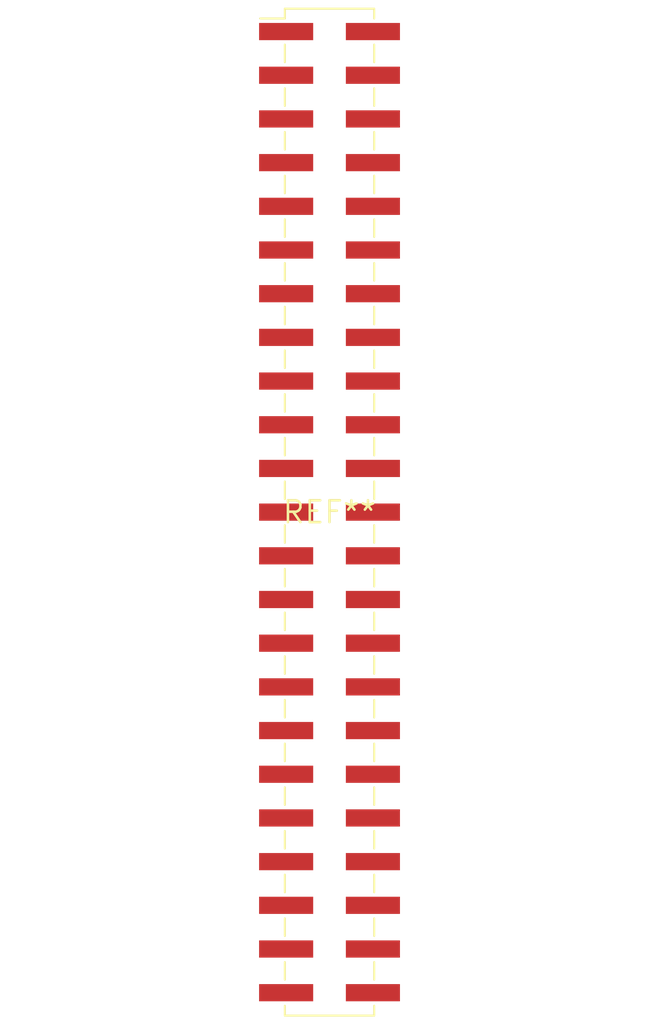
<source format=kicad_pcb>
(kicad_pcb (version 20240108) (generator pcbnew)
  (layers (0 "F.Cu" signal) (31 "B.Cu" signal) (34 "B.Paste" user) (35 "F.Paste" user) (36 "B.SilkS" user "B.Silkscreen") (37 "F.SilkS" user "F.Silkscreen") (38 "B.Mask" user) (39 "F.Mask" user) (44 "Edge.Cuts" user))
  (net 0 "")
  (footprint "PinHeader_2x23_P2.54mm_Vertical_SMD" (layer "F.Cu") (at 0 0)
    (property "Reference" "REF**")
    (property "Value" "PinHeader_2x23_P2.54mm_Vertical_SMD")
    (fp_line (start -4.04 -28.7) (end -2.6 -28.7) (layer "F.SilkS") (stroke (width 0.12)))
    (fp_line (start -2.6 -29.27) (end -2.6 -28.7) (layer "F.SilkS") (stroke (width 0.12)))
    (fp_line (start -2.6 -29.27) (end 2.6 -29.27) (layer "F.SilkS") (stroke (width 0.12)))
    (fp_line (start -2.6 -27.18) (end -2.6 -26.16) (layer "F.SilkS") (stroke (width 0.12)))
    (fp_line (start -2.6 -24.64) (end -2.6 -23.62) (layer "F.SilkS") (stroke (width 0.12)))
    (fp_line (start -2.6 -22.1) (end -2.6 -21.08) (layer "F.SilkS") (stroke (width 0.12)))
    (fp_line (start -2.6 -19.56) (end -2.6 -18.54) (layer "F.SilkS") (stroke (width 0.12)))
    (fp_line (start -2.6 -17.02) (end -2.6 -16) (layer "F.SilkS") (stroke (width 0.12)))
    (fp_line (start -2.6 -14.48) (end -2.6 -13.46) (layer "F.SilkS") (stroke (width 0.12)))
    (fp_line (start -2.6 -11.94) (end -2.6 -10.92) (layer "F.SilkS") (stroke (width 0.12)))
    (fp_line (start -2.6 -9.4) (end -2.6 -8.38) (layer "F.SilkS") (stroke (width 0.12)))
    (fp_line (start -2.6 -6.86) (end -2.6 -5.84) (layer "F.SilkS") (stroke (width 0.12)))
    (fp_line (start -2.6 -4.32) (end -2.6 -3.3) (layer "F.SilkS") (stroke (width 0.12)))
    (fp_line (start -2.6 -1.78) (end -2.6 -0.76) (layer "F.SilkS") (stroke (width 0.12)))
    (fp_line (start -2.6 0.76) (end -2.6 1.78) (layer "F.SilkS") (stroke (width 0.12)))
    (fp_line (start -2.6 3.3) (end -2.6 4.32) (layer "F.SilkS") (stroke (width 0.12)))
    (fp_line (start -2.6 5.84) (end -2.6 6.86) (layer "F.SilkS") (stroke (width 0.12)))
    (fp_line (start -2.6 8.38) (end -2.6 9.4) (layer "F.SilkS") (stroke (width 0.12)))
    (fp_line (start -2.6 10.92) (end -2.6 11.94) (layer "F.SilkS") (stroke (width 0.12)))
    (fp_line (start -2.6 13.46) (end -2.6 14.48) (layer "F.SilkS") (stroke (width 0.12)))
    (fp_line (start -2.6 16) (end -2.6 17.02) (layer "F.SilkS") (stroke (width 0.12)))
    (fp_line (start -2.6 18.54) (end -2.6 19.56) (layer "F.SilkS") (stroke (width 0.12)))
    (fp_line (start -2.6 21.08) (end -2.6 22.1) (layer "F.SilkS") (stroke (width 0.12)))
    (fp_line (start -2.6 23.62) (end -2.6 24.64) (layer "F.SilkS") (stroke (width 0.12)))
    (fp_line (start -2.6 26.16) (end -2.6 27.18) (layer "F.SilkS") (stroke (width 0.12)))
    (fp_line (start -2.6 28.7) (end -2.6 29.27) (layer "F.SilkS") (stroke (width 0.12)))
    (fp_line (start -2.6 29.27) (end 2.6 29.27) (layer "F.SilkS") (stroke (width 0.12)))
    (fp_line (start 2.6 -29.27) (end 2.6 -28.7) (layer "F.SilkS") (stroke (width 0.12)))
    (fp_line (start 2.6 -27.18) (end 2.6 -26.16) (layer "F.SilkS") (stroke (width 0.12)))
    (fp_line (start 2.6 -24.64) (end 2.6 -23.62) (layer "F.SilkS") (stroke (width 0.12)))
    (fp_line (start 2.6 -22.1) (end 2.6 -21.08) (layer "F.SilkS") (stroke (width 0.12)))
    (fp_line (start 2.6 -19.56) (end 2.6 -18.54) (layer "F.SilkS") (stroke (width 0.12)))
    (fp_line (start 2.6 -17.02) (end 2.6 -16) (layer "F.SilkS") (stroke (width 0.12)))
    (fp_line (start 2.6 -14.48) (end 2.6 -13.46) (layer "F.SilkS") (stroke (width 0.12)))
    (fp_line (start 2.6 -11.94) (end 2.6 -10.92) (layer "F.SilkS") (stroke (width 0.12)))
    (fp_line (start 2.6 -9.4) (end 2.6 -8.38) (layer "F.SilkS") (stroke (width 0.12)))
    (fp_line (start 2.6 -6.86) (end 2.6 -5.84) (layer "F.SilkS") (stroke (width 0.12)))
    (fp_line (start 2.6 -4.32) (end 2.6 -3.3) (layer "F.SilkS") (stroke (width 0.12)))
    (fp_line (start 2.6 -1.78) (end 2.6 -0.76) (layer "F.SilkS") (stroke (width 0.12)))
    (fp_line (start 2.6 0.76) (end 2.6 1.78) (layer "F.SilkS") (stroke (width 0.12)))
    (fp_line (start 2.6 3.3) (end 2.6 4.32) (layer "F.SilkS") (stroke (width 0.12)))
    (fp_line (start 2.6 5.84) (end 2.6 6.86) (layer "F.SilkS") (stroke (width 0.12)))
    (fp_line (start 2.6 8.38) (end 2.6 9.4) (layer "F.SilkS") (stroke (width 0.12)))
    (fp_line (start 2.6 10.92) (end 2.6 11.94) (layer "F.SilkS") (stroke (width 0.12)))
    (fp_line (start 2.6 13.46) (end 2.6 14.48) (layer "F.SilkS") (stroke (width 0.12)))
    (fp_line (start 2.6 16) (end 2.6 17.02) (layer "F.SilkS") (stroke (width 0.12)))
    (fp_line (start 2.6 18.54) (end 2.6 19.56) (layer "F.SilkS") (stroke (width 0.12)))
    (fp_line (start 2.6 21.08) (end 2.6 22.1) (layer "F.SilkS") (stroke (width 0.12)))
    (fp_line (start 2.6 23.62) (end 2.6 24.64) (layer "F.SilkS") (stroke (width 0.12)))
    (fp_line (start 2.6 26.16) (end 2.6 27.18) (layer "F.SilkS") (stroke (width 0.12)))
    (fp_line (start 2.6 28.7) (end 2.6 29.27) (layer "F.SilkS") (stroke (width 0.12)))
    (pad "1" smd rect (at -2.525 -27.94) (size 3.15 1) (layers "F.Cu" "F.Paste" "F.Mask"))
    (pad "2" smd rect (at 2.525 -27.94) (size 3.15 1) (layers "F.Cu" "F.Paste" "F.Mask"))
    (pad "3" smd rect (at -2.525 -25.4) (size 3.15 1) (layers "F.Cu" "F.Paste" "F.Mask"))
    (pad "4" smd rect (at 2.525 -25.4) (size 3.15 1) (layers "F.Cu" "F.Paste" "F.Mask"))
    (pad "5" smd rect (at -2.525 -22.86) (size 3.15 1) (layers "F.Cu" "F.Paste" "F.Mask"))
    (pad "6" smd rect (at 2.525 -22.86) (size 3.15 1) (layers "F.Cu" "F.Paste" "F.Mask"))
    (pad "7" smd rect (at -2.525 -20.32) (size 3.15 1) (layers "F.Cu" "F.Paste" "F.Mask"))
    (pad "8" smd rect (at 2.525 -20.32) (size 3.15 1) (layers "F.Cu" "F.Paste" "F.Mask"))
    (pad "9" smd rect (at -2.525 -17.78) (size 3.15 1) (layers "F.Cu" "F.Paste" "F.Mask"))
    (pad "10" smd rect (at 2.525 -17.78) (size 3.15 1) (layers "F.Cu" "F.Paste" "F.Mask"))
    (pad "11" smd rect (at -2.525 -15.24) (size 3.15 1) (layers "F.Cu" "F.Paste" "F.Mask"))
    (pad "12" smd rect (at 2.525 -15.24) (size 3.15 1) (layers "F.Cu" "F.Paste" "F.Mask"))
    (pad "13" smd rect (at -2.525 -12.7) (size 3.15 1) (layers "F.Cu" "F.Paste" "F.Mask"))
    (pad "14" smd rect (at 2.525 -12.7) (size 3.15 1) (layers "F.Cu" "F.Paste" "F.Mask"))
    (pad "15" smd rect (at -2.525 -10.16) (size 3.15 1) (layers "F.Cu" "F.Paste" "F.Mask"))
    (pad "16" smd rect (at 2.525 -10.16) (size 3.15 1) (layers "F.Cu" "F.Paste" "F.Mask"))
    (pad "17" smd rect (at -2.525 -7.62) (size 3.15 1) (layers "F.Cu" "F.Paste" "F.Mask"))
    (pad "18" smd rect (at 2.525 -7.62) (size 3.15 1) (layers "F.Cu" "F.Paste" "F.Mask"))
    (pad "19" smd rect (at -2.525 -5.08) (size 3.15 1) (layers "F.Cu" "F.Paste" "F.Mask"))
    (pad "20" smd rect (at 2.525 -5.08) (size 3.15 1) (layers "F.Cu" "F.Paste" "F.Mask"))
    (pad "21" smd rect (at -2.525 -2.54) (size 3.15 1) (layers "F.Cu" "F.Paste" "F.Mask"))
    (pad "22" smd rect (at 2.525 -2.54) (size 3.15 1) (layers "F.Cu" "F.Paste" "F.Mask"))
    (pad "23" smd rect (at -2.525 0) (size 3.15 1) (layers "F.Cu" "F.Paste" "F.Mask"))
    (pad "24" smd rect (at 2.525 0) (size 3.15 1) (layers "F.Cu" "F.Paste" "F.Mask"))
    (pad "25" smd rect (at -2.525 2.54) (size 3.15 1) (layers "F.Cu" "F.Paste" "F.Mask"))
    (pad "26" smd rect (at 2.525 2.54) (size 3.15 1) (layers "F.Cu" "F.Paste" "F.Mask"))
    (pad "27" smd rect (at -2.525 5.08) (size 3.15 1) (layers "F.Cu" "F.Paste" "F.Mask"))
    (pad "28" smd rect (at 2.525 5.08) (size 3.15 1) (layers "F.Cu" "F.Paste" "F.Mask"))
    (pad "29" smd rect (at -2.525 7.62) (size 3.15 1) (layers "F.Cu" "F.Paste" "F.Mask"))
    (pad "30" smd rect (at 2.525 7.62) (size 3.15 1) (layers "F.Cu" "F.Paste" "F.Mask"))
    (pad "31" smd rect (at -2.525 10.16) (size 3.15 1) (layers "F.Cu" "F.Paste" "F.Mask"))
    (pad "32" smd rect (at 2.525 10.16) (size 3.15 1) (layers "F.Cu" "F.Paste" "F.Mask"))
    (pad "33" smd rect (at -2.525 12.7) (size 3.15 1) (layers "F.Cu" "F.Paste" "F.Mask"))
    (pad "34" smd rect (at 2.525 12.7) (size 3.15 1) (layers "F.Cu" "F.Paste" "F.Mask"))
    (pad "35" smd rect (at -2.525 15.24) (size 3.15 1) (layers "F.Cu" "F.Paste" "F.Mask"))
    (pad "36" smd rect (at 2.525 15.24) (size 3.15 1) (layers "F.Cu" "F.Paste" "F.Mask"))
    (pad "37" smd rect (at -2.525 17.78) (size 3.15 1) (layers "F.Cu" "F.Paste" "F.Mask"))
    (pad "38" smd rect (at 2.525 17.78) (size 3.15 1) (layers "F.Cu" "F.Paste" "F.Mask"))
    (pad "39" smd rect (at -2.525 20.32) (size 3.15 1) (layers "F.Cu" "F.Paste" "F.Mask"))
    (pad "40" smd rect (at 2.525 20.32) (size 3.15 1) (layers "F.Cu" "F.Paste" "F.Mask"))
    (pad "41" smd rect (at -2.525 22.86) (size 3.15 1) (layers "F.Cu" "F.Paste" "F.Mask"))
    (pad "42" smd rect (at 2.525 22.86) (size 3.15 1) (layers "F.Cu" "F.Paste" "F.Mask"))
    (pad "43" smd rect (at -2.525 25.4) (size 3.15 1) (layers "F.Cu" "F.Paste" "F.Mask"))
    (pad "44" smd rect (at 2.525 25.4) (size 3.15 1) (layers "F.Cu" "F.Paste" "F.Mask"))
    (pad "45" smd rect (at -2.525 27.94) (size 3.15 1) (layers "F.Cu" "F.Paste" "F.Mask"))
    (pad "46" smd rect (at 2.525 27.94) (size 3.15 1) (layers "F.Cu" "F.Paste" "F.Mask"))
  )
)
</source>
